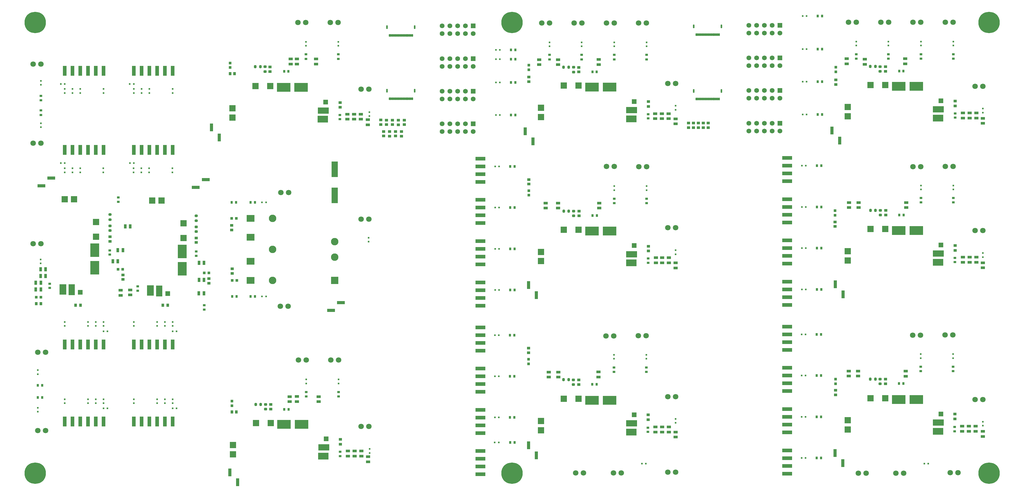
<source format=gbr>
%TF.GenerationSoftware,KiCad,Pcbnew,8.0.1-rc1*%
%TF.CreationDate,2024-04-07T21:12:12-04:00*%
%TF.ProjectId,bcrl_power_supply,6263726c-5f70-46f7-9765-725f73757070,rev?*%
%TF.SameCoordinates,Original*%
%TF.FileFunction,Soldermask,Top*%
%TF.FilePolarity,Negative*%
%FSLAX46Y46*%
G04 Gerber Fmt 4.6, Leading zero omitted, Abs format (unit mm)*
G04 Created by KiCad (PCBNEW 8.0.1-rc1) date 2024-04-07 21:12:12*
%MOMM*%
%LPD*%
G01*
G04 APERTURE LIST*
G04 Aperture macros list*
%AMRoundRect*
0 Rectangle with rounded corners*
0 $1 Rounding radius*
0 $2 $3 $4 $5 $6 $7 $8 $9 X,Y pos of 4 corners*
0 Add a 4 corners polygon primitive as box body*
4,1,4,$2,$3,$4,$5,$6,$7,$8,$9,$2,$3,0*
0 Add four circle primitives for the rounded corners*
1,1,$1+$1,$2,$3*
1,1,$1+$1,$4,$5*
1,1,$1+$1,$6,$7*
1,1,$1+$1,$8,$9*
0 Add four rect primitives between the rounded corners*
20,1,$1+$1,$2,$3,$4,$5,0*
20,1,$1+$1,$4,$5,$6,$7,0*
20,1,$1+$1,$6,$7,$8,$9,0*
20,1,$1+$1,$8,$9,$2,$3,0*%
G04 Aperture macros list end*
%ADD10R,0.950000X0.950000*%
%ADD11R,0.970000X1.470000*%
%ADD12RoundRect,0.225000X0.250000X-0.225000X0.250000X0.225000X-0.250000X0.225000X-0.250000X-0.225000X0*%
%ADD13C,7.000000*%
%ADD14R,1.470000X0.970000*%
%ADD15RoundRect,0.076200X0.150000X0.350000X-0.150000X0.350000X-0.150000X-0.350000X0.150000X-0.350000X0*%
%ADD16RoundRect,0.076200X0.150000X0.500000X-0.150000X0.500000X-0.150000X-0.500000X0.150000X-0.500000X0*%
%ADD17R,0.600000X0.550000*%
%ADD18C,1.803400*%
%ADD19R,3.180000X1.270000*%
%ADD20RoundRect,0.200000X-0.200000X-0.275000X0.200000X-0.275000X0.200000X0.275000X-0.200000X0.275000X0*%
%ADD21R,1.000000X0.850000*%
%ADD22R,0.650000X0.900000*%
%ADD23R,1.000000X2.510000*%
%ADD24R,1.270000X3.180000*%
%ADD25R,2.030000X2.030000*%
%ADD26R,4.450000X2.920000*%
%ADD27R,1.520000X1.520000*%
%ADD28R,3.680000X2.030000*%
%ADD29R,3.430000X2.160000*%
%ADD30R,0.900000X1.000000*%
%ADD31R,0.550000X0.600000*%
%ADD32RoundRect,0.102000X-0.685000X-0.685000X0.685000X-0.685000X0.685000X0.685000X-0.685000X0.685000X0*%
%ADD33C,1.574000*%
%ADD34R,0.750000X0.940000*%
%ADD35R,0.940000X0.750000*%
%ADD36R,0.900000X0.650000*%
%ADD37R,2.920000X4.450000*%
%ADD38R,2.030000X3.680000*%
%ADD39R,2.160000X3.430000*%
%ADD40R,1.000000X0.900000*%
%ADD41R,2.500000X2.300000*%
%ADD42R,2.510000X1.000000*%
%ADD43RoundRect,0.102000X1.125000X1.125000X-1.125000X1.125000X-1.125000X-1.125000X1.125000X-1.125000X0*%
%ADD44C,2.454000*%
%ADD45R,0.850000X1.000000*%
%ADD46RoundRect,0.200000X-0.275000X0.200000X-0.275000X-0.200000X0.275000X-0.200000X0.275000X0.200000X0*%
%ADD47R,2.150000X5.100000*%
G04 APERTURE END LIST*
D10*
%TO.C,D13*%
X314800000Y-174700000D03*
X314800000Y-173200000D03*
%TD*%
D11*
%TO.C,C4*%
X80070000Y-130900000D03*
X81730000Y-130900000D03*
%TD*%
D12*
%TO.C,C61*%
X229143623Y-119695000D03*
X229143623Y-118145000D03*
%TD*%
D13*
%TO.C,H2*%
X365000000Y-204000000D03*
%TD*%
D14*
%TO.C,C75*%
X260340200Y-190517200D03*
X260340200Y-188857200D03*
%TD*%
D15*
%TO.C,J35*%
X176410000Y-81330000D03*
X175910000Y-81330000D03*
X175410000Y-81330000D03*
X174910000Y-81330000D03*
X174410000Y-81330000D03*
X173910000Y-81330000D03*
X173410000Y-81330000D03*
X172910000Y-81330000D03*
X172410000Y-81330000D03*
X171910000Y-81330000D03*
X171410000Y-81330000D03*
X170910000Y-81330000D03*
X170410000Y-81330000D03*
X169910000Y-81330000D03*
X169410000Y-81330000D03*
X168910000Y-81330000D03*
D16*
X177200000Y-78680000D03*
X168120000Y-78680000D03*
%TD*%
D17*
%TO.C,FB22*%
X90320000Y-105440000D03*
X90320000Y-104140000D03*
%TD*%
D11*
%TO.C,C12*%
X108272000Y-135128000D03*
X106612000Y-135128000D03*
%TD*%
D18*
%TO.C,J21*%
X322251576Y-203997201D03*
X324791576Y-203997201D03*
%TD*%
D17*
%TO.C,FB56*%
X162440000Y-196077201D03*
X162440000Y-197377201D03*
%TD*%
D14*
%TO.C,C29*%
X144907000Y-68283400D03*
X144907000Y-69943400D03*
%TD*%
D19*
%TO.C,J72*%
X298960000Y-190640000D03*
X298960000Y-188100000D03*
X298960000Y-185560000D03*
X298960000Y-183020000D03*
%TD*%
D14*
%TO.C,C106*%
X358429200Y-190288600D03*
X358429200Y-188628600D03*
%TD*%
D20*
%TO.C,R55*%
X326175000Y-173150000D03*
X327825000Y-173150000D03*
%TD*%
D14*
%TO.C,C86*%
X358708600Y-87672600D03*
X358708600Y-86012600D03*
%TD*%
D21*
%TO.C,R24*%
X173815000Y-89830000D03*
X173815000Y-88330000D03*
%TD*%
D17*
%TO.C,FB45*%
X72860000Y-154490000D03*
X72860000Y-155790000D03*
%TD*%
D22*
%TO.C,F22*%
X208333623Y-172260000D03*
X209783623Y-172260000D03*
%TD*%
D23*
%TO.C,J68*%
X314760000Y-142130000D03*
X317300000Y-145410000D03*
%TD*%
D10*
%TO.C,D5*%
X118960000Y-140817201D03*
X117460000Y-140817201D03*
%TD*%
D18*
%TO.C,J23*%
X242197223Y-203900000D03*
X244737223Y-203900000D03*
%TD*%
%TO.C,J67*%
X342691584Y-103572799D03*
X340151584Y-103572799D03*
%TD*%
D17*
%TO.C,FB81*%
X342730000Y-63920000D03*
X342730000Y-62620000D03*
%TD*%
D24*
%TO.C,J14*%
X62700000Y-72200000D03*
X65240000Y-72200000D03*
X67780000Y-72200000D03*
X70320000Y-72200000D03*
X72860000Y-72200000D03*
X75400000Y-72200000D03*
%TD*%
D25*
%TO.C,PS10*%
X318790000Y-134310000D03*
X318790000Y-131270000D03*
X326280000Y-124030000D03*
X331110000Y-124030000D03*
D26*
X335490000Y-124470000D03*
X341210000Y-124470000D03*
D27*
X349270000Y-129230000D03*
D28*
X348460000Y-132030000D03*
D29*
X348320000Y-134890000D03*
%TD*%
D30*
%TO.C,R9*%
X94760000Y-149010000D03*
X96360000Y-149010000D03*
%TD*%
D14*
%TO.C,C95*%
X360873400Y-134891200D03*
X360873400Y-133231200D03*
%TD*%
%TO.C,C48*%
X161940000Y-198597201D03*
X161940000Y-200257201D03*
%TD*%
D31*
%TO.C,FB96*%
X305010000Y-185530000D03*
X303710000Y-185530000D03*
%TD*%
D17*
%TO.C,FB3*%
X54854824Y-133997201D03*
X54854824Y-135297201D03*
%TD*%
D22*
%TO.C,F2*%
X210128623Y-68400000D03*
X208678623Y-68400000D03*
%TD*%
D19*
%TO.C,J70*%
X298960000Y-163610000D03*
X298960000Y-161070000D03*
X298960000Y-158530000D03*
X298960000Y-155990000D03*
%TD*%
D17*
%TO.C,FB19*%
X62700000Y-79450000D03*
X62700000Y-78150000D03*
%TD*%
D18*
%TO.C,J12*%
X162200000Y-120760000D03*
X159660000Y-120760000D03*
%TD*%
D10*
%TO.C,D7*%
X117410000Y-181907201D03*
X117410000Y-180407201D03*
%TD*%
D18*
%TO.C,J22*%
X334588799Y-203997201D03*
X337128799Y-203997201D03*
%TD*%
%TO.C,J27*%
X141553207Y-56332201D03*
X139013207Y-56332201D03*
%TD*%
D20*
%TO.C,R47*%
X326205000Y-70770000D03*
X327855000Y-70770000D03*
%TD*%
D32*
%TO.C,P1*%
X196303623Y-57478000D03*
D33*
X196303623Y-60018000D03*
X193763623Y-57478000D03*
X193763623Y-60018000D03*
X191223623Y-57478000D03*
X191223623Y-60018000D03*
X188683623Y-57478000D03*
X188683623Y-60018000D03*
X186143623Y-57478000D03*
X186143623Y-60018000D03*
%TD*%
D22*
%TO.C,F51*%
X124960000Y-115257201D03*
X123510000Y-115257201D03*
%TD*%
D31*
%TO.C,FB90*%
X305080000Y-143770000D03*
X303780000Y-143770000D03*
%TD*%
D14*
%TO.C,C52*%
X237337600Y-68486600D03*
X237337600Y-70146600D03*
%TD*%
D31*
%TO.C,FB74*%
X204650000Y-193900000D03*
X203350000Y-193900000D03*
%TD*%
D21*
%TO.C,R26*%
X168940000Y-93570000D03*
X168940000Y-92070000D03*
%TD*%
D11*
%TO.C,C2*%
X80078000Y-134620000D03*
X78418000Y-134620000D03*
%TD*%
D20*
%TO.C,R13*%
X125035000Y-70832201D03*
X126685000Y-70832201D03*
%TD*%
D22*
%TO.C,F54*%
X124960000Y-146057201D03*
X123510000Y-146057201D03*
%TD*%
D17*
%TO.C,FB15*%
X65240000Y-79450000D03*
X65240000Y-78150000D03*
%TD*%
D34*
%TO.C,C53*%
X235303623Y-72500000D03*
X236703623Y-72500000D03*
%TD*%
D31*
%TO.C,FB71*%
X204683623Y-158760000D03*
X203383623Y-158760000D03*
%TD*%
D35*
%TO.C,C74*%
X253441200Y-190488800D03*
X253441200Y-189088800D03*
%TD*%
D18*
%TO.C,J30*%
X152231623Y-166957201D03*
X149691623Y-166957201D03*
%TD*%
D21*
%TO.C,R3*%
X77485000Y-128050000D03*
X77485000Y-126550000D03*
%TD*%
D35*
%TO.C,C44*%
X152806400Y-198388200D03*
X152806400Y-196988200D03*
%TD*%
D17*
%TO.C,FB2*%
X54905176Y-89350000D03*
X54905176Y-90650000D03*
%TD*%
D14*
%TO.C,C80*%
X324383400Y-68385000D03*
X324383400Y-70045000D03*
%TD*%
D31*
%TO.C,FB88*%
X305080000Y-116770000D03*
X303780000Y-116770000D03*
%TD*%
%TO.C,FB95*%
X305010000Y-172030000D03*
X303710000Y-172030000D03*
%TD*%
D17*
%TO.C,FB35*%
X72860000Y-179760000D03*
X72860000Y-181060000D03*
%TD*%
D19*
%TO.C,J41*%
X198703623Y-149110000D03*
X198703623Y-146570000D03*
X198703623Y-144030000D03*
X198703623Y-141490000D03*
%TD*%
D21*
%TO.C,R37*%
X214433623Y-163060000D03*
X214433623Y-164560000D03*
%TD*%
D25*
%TO.C,PS11*%
X318790000Y-189710000D03*
X318790000Y-186670000D03*
X326280000Y-179430000D03*
X331110000Y-179430000D03*
D26*
X335490000Y-179870000D03*
X341210000Y-179870000D03*
D27*
X349270000Y-184630000D03*
D28*
X348460000Y-187430000D03*
D29*
X348320000Y-190290000D03*
%TD*%
D31*
%TO.C,FB38*%
X75400000Y-182790000D03*
X76700000Y-182790000D03*
%TD*%
D17*
%TO.C,FB52*%
X141560000Y-63982201D03*
X141560000Y-62682201D03*
%TD*%
D36*
%TO.C,F43*%
X152260000Y-177432201D03*
X152260000Y-178882201D03*
%TD*%
D18*
%TO.C,J24*%
X229860000Y-203900000D03*
X232400000Y-203900000D03*
%TD*%
D12*
%TO.C,C41*%
X128360000Y-183032201D03*
X128360000Y-181482201D03*
%TD*%
D25*
%TO.C,PS2*%
X91280000Y-114660000D03*
X94320000Y-114660000D03*
X101560000Y-122150000D03*
X101560000Y-126980000D03*
D37*
X101120000Y-131360000D03*
X101120000Y-137080000D03*
D27*
X96360000Y-145140000D03*
D38*
X93560000Y-144330000D03*
D39*
X90700000Y-144190000D03*
%TD*%
D35*
%TO.C,C5*%
X77400000Y-131000000D03*
X77400000Y-132400000D03*
%TD*%
D34*
%TO.C,C73*%
X235273623Y-174880000D03*
X236673623Y-174880000D03*
%TD*%
D17*
%TO.C,FB93*%
X342700000Y-166300000D03*
X342700000Y-165000000D03*
%TD*%
D22*
%TO.C,F24*%
X208375000Y-193900000D03*
X209825000Y-193900000D03*
%TD*%
D40*
%TO.C,R32*%
X253603623Y-83900000D03*
X253603623Y-82300000D03*
%TD*%
D18*
%TO.C,J82*%
X262473600Y-203705598D03*
X259933600Y-203705598D03*
%TD*%
D17*
%TO.C,FB40*%
X85300000Y-154490000D03*
X85300000Y-155790000D03*
%TD*%
D12*
%TO.C,C91*%
X329470000Y-119465000D03*
X329470000Y-117915000D03*
%TD*%
D35*
%TO.C,C104*%
X353745800Y-190260200D03*
X353745800Y-188860200D03*
%TD*%
D25*
%TO.C,PS8*%
X218463623Y-189940000D03*
X218463623Y-186900000D03*
X225953623Y-179660000D03*
X230783623Y-179660000D03*
D26*
X235163623Y-180100000D03*
X240883623Y-180100000D03*
D27*
X248943623Y-184860000D03*
D28*
X248133623Y-187660000D03*
D29*
X247993623Y-190520000D03*
%TD*%
D14*
%TO.C,C77*%
X255940200Y-190517200D03*
X255940200Y-188857200D03*
%TD*%
D21*
%TO.C,R45*%
X268370000Y-90770000D03*
X268370000Y-89270000D03*
%TD*%
%TO.C,R11*%
X117460000Y-138550000D03*
X117460000Y-137050000D03*
%TD*%
D14*
%TO.C,C35*%
X159578400Y-88053600D03*
X159578400Y-86393600D03*
%TD*%
D36*
%TO.C,F25*%
X353370000Y-113865000D03*
X353370000Y-115315000D03*
%TD*%
D21*
%TO.C,R18*%
X130080000Y-181510000D03*
X130080000Y-183010000D03*
%TD*%
D23*
%TO.C,J28*%
X110710000Y-90730000D03*
X113250000Y-94010000D03*
%TD*%
D31*
%TO.C,FB28*%
X62690000Y-102410000D03*
X61390000Y-102410000D03*
%TD*%
D21*
%TO.C,R54*%
X314800000Y-178350000D03*
X314800000Y-176850000D03*
%TD*%
D36*
%TO.C,F46*%
X54905176Y-80375000D03*
X54905176Y-81825000D03*
%TD*%
D14*
%TO.C,C87*%
X356508600Y-87672600D03*
X356508600Y-86012600D03*
%TD*%
%TO.C,C30*%
X138607800Y-68283400D03*
X138607800Y-69943400D03*
%TD*%
D24*
%TO.C,J15*%
X85300000Y-98100000D03*
X87840000Y-98100000D03*
X90380000Y-98100000D03*
X92920000Y-98100000D03*
X95460000Y-98100000D03*
X98000000Y-98100000D03*
%TD*%
D31*
%TO.C,FB8*%
X127240000Y-146057201D03*
X128540000Y-146057201D03*
%TD*%
D22*
%TO.C,F31*%
X308730000Y-103270000D03*
X310180000Y-103270000D03*
%TD*%
D19*
%TO.C,J49*%
X198633623Y-204370000D03*
X198633623Y-201830000D03*
X198633623Y-199290000D03*
X198633623Y-196750000D03*
%TD*%
D13*
%TO.C,H4*%
X209000000Y-204000000D03*
%TD*%
D14*
%TO.C,C99*%
X322224400Y-170543800D03*
X322224400Y-172203800D03*
%TD*%
D22*
%TO.C,F1*%
X210125000Y-65300000D03*
X208675000Y-65300000D03*
%TD*%
D14*
%TO.C,C47*%
X155305400Y-198416600D03*
X155305400Y-196756600D03*
%TD*%
D10*
%TO.C,D1*%
X81650000Y-137200000D03*
X80150000Y-137200000D03*
%TD*%
D17*
%TO.C,FB84*%
X362995176Y-84572799D03*
X362995176Y-85872799D03*
%TD*%
D14*
%TO.C,C40*%
X145770600Y-178925800D03*
X145770600Y-180585800D03*
%TD*%
D19*
%TO.C,J48*%
X198633623Y-190870000D03*
X198633623Y-188330000D03*
X198633623Y-185790000D03*
X198633623Y-183250000D03*
%TD*%
%TO.C,J63*%
X299030000Y-121850000D03*
X299030000Y-119310000D03*
X299030000Y-116770000D03*
X299030000Y-114230000D03*
%TD*%
D18*
%TO.C,J57*%
X342723207Y-56270000D03*
X340183207Y-56270000D03*
%TD*%
D14*
%TO.C,C85*%
X360908600Y-87672600D03*
X360908600Y-86012600D03*
%TD*%
D21*
%TO.C,R22*%
X172850000Y-93570000D03*
X172850000Y-92070000D03*
%TD*%
D23*
%TO.C,J52*%
X214430000Y-194860000D03*
X216970000Y-198140000D03*
%TD*%
D17*
%TO.C,FB51*%
X152160000Y-63982201D03*
X152160000Y-62682201D03*
%TD*%
D22*
%TO.C,F55*%
X118910000Y-146057201D03*
X117460000Y-146057201D03*
%TD*%
D31*
%TO.C,FB103*%
X252783600Y-200902799D03*
X251483600Y-200902799D03*
%TD*%
D14*
%TO.C,C67*%
X260273800Y-135094400D03*
X260273800Y-133434400D03*
%TD*%
D17*
%TO.C,FB85*%
X353370000Y-111040000D03*
X353370000Y-109740000D03*
%TD*%
D21*
%TO.C,R41*%
X269970000Y-90770000D03*
X269970000Y-89270000D03*
%TD*%
D17*
%TO.C,FB5*%
X53900000Y-182550000D03*
X53900000Y-183850000D03*
%TD*%
D31*
%TO.C,FB67*%
X204753623Y-144000000D03*
X203453623Y-144000000D03*
%TD*%
D41*
%TO.C,C22*%
X123510000Y-134617201D03*
X123510000Y-140817201D03*
%TD*%
D17*
%TO.C,FB92*%
X353300000Y-166300000D03*
X353300000Y-165000000D03*
%TD*%
%TO.C,FB9*%
X162050000Y-126850000D03*
X162050000Y-128150000D03*
%TD*%
D31*
%TO.C,FB36*%
X98000000Y-182790000D03*
X99300000Y-182790000D03*
%TD*%
D35*
%TO.C,C6*%
X57810000Y-143310000D03*
X57810000Y-141910000D03*
%TD*%
D18*
%TO.C,J6*%
X53900000Y-190000000D03*
X56440000Y-190000000D03*
%TD*%
%TO.C,J1*%
X54905176Y-70002799D03*
X52365176Y-70002799D03*
%TD*%
D21*
%TO.C,R46*%
X314900000Y-76662500D03*
X314900000Y-75162500D03*
%TD*%
D14*
%TO.C,C82*%
X337642200Y-68232600D03*
X337642200Y-69892600D03*
%TD*%
D31*
%TO.C,FB58*%
X205053623Y-68400000D03*
X203753623Y-68400000D03*
%TD*%
D10*
%TO.C,D4*%
X117310000Y-120497201D03*
X118810000Y-120497201D03*
%TD*%
D18*
%TO.C,J75*%
X342621584Y-158832799D03*
X340081584Y-158832799D03*
%TD*%
D42*
%TO.C,J7*%
X105520000Y-110410000D03*
X108800000Y-107870000D03*
%TD*%
D18*
%TO.C,J4*%
X54905176Y-128812799D03*
X52365176Y-128812799D03*
%TD*%
D17*
%TO.C,FB31*%
X62700000Y-179760000D03*
X62700000Y-181060000D03*
%TD*%
D14*
%TO.C,C32*%
X136626600Y-68283400D03*
X136626600Y-69943400D03*
%TD*%
D40*
%TO.C,R53*%
X353930000Y-131000000D03*
X353930000Y-129400000D03*
%TD*%
D18*
%TO.C,J53*%
X262540000Y-178970000D03*
X260000000Y-178970000D03*
%TD*%
D25*
%TO.C,PS7*%
X218463623Y-134540000D03*
X218463623Y-131500000D03*
X225953623Y-124260000D03*
X230783623Y-124260000D03*
D26*
X235163623Y-124700000D03*
X240883623Y-124700000D03*
D27*
X248943623Y-129460000D03*
D28*
X248133623Y-132260000D03*
D29*
X247993623Y-135120000D03*
%TD*%
D14*
%TO.C,C90*%
X319251400Y-115324200D03*
X319251400Y-116984200D03*
%TD*%
D12*
%TO.C,C71*%
X229073623Y-174955000D03*
X229073623Y-173405000D03*
%TD*%
D18*
%TO.C,J42*%
X253020000Y-103620000D03*
X250480000Y-103620000D03*
%TD*%
D22*
%TO.C,F7*%
X310455000Y-75770000D03*
X309005000Y-75770000D03*
%TD*%
D17*
%TO.C,FB30*%
X85300000Y-179760000D03*
X85300000Y-181060000D03*
%TD*%
D18*
%TO.C,J9*%
X135930000Y-112057201D03*
X133390000Y-112057201D03*
%TD*%
D32*
%TO.C,P6*%
X296630000Y-67942000D03*
D33*
X296630000Y-70482000D03*
X294090000Y-67942000D03*
X294090000Y-70482000D03*
X291550000Y-67942000D03*
X291550000Y-70482000D03*
X289010000Y-67942000D03*
X289010000Y-70482000D03*
X286470000Y-67942000D03*
X286470000Y-70482000D03*
%TD*%
D19*
%TO.C,J39*%
X198703623Y-122080000D03*
X198703623Y-119540000D03*
X198703623Y-117000000D03*
X198703623Y-114460000D03*
%TD*%
D15*
%TO.C,J55*%
X276740000Y-81400000D03*
X276240000Y-81400000D03*
X275740000Y-81400000D03*
X275240000Y-81400000D03*
X274740000Y-81400000D03*
X274240000Y-81400000D03*
X273740000Y-81400000D03*
X273240000Y-81400000D03*
X272740000Y-81400000D03*
X272240000Y-81400000D03*
X271740000Y-81400000D03*
X271240000Y-81400000D03*
X270740000Y-81400000D03*
X270240000Y-81400000D03*
X269740000Y-81400000D03*
X269240000Y-81400000D03*
D16*
X277530000Y-78750000D03*
X268450000Y-78750000D03*
%TD*%
D36*
%TO.C,F19*%
X252973623Y-169355000D03*
X252973623Y-170805000D03*
%TD*%
D17*
%TO.C,FB39*%
X75400000Y-179760000D03*
X75400000Y-181060000D03*
%TD*%
%TO.C,FB23*%
X67780000Y-105440000D03*
X67780000Y-104140000D03*
%TD*%
D22*
%TO.C,F39*%
X308660000Y-185530000D03*
X310110000Y-185530000D03*
%TD*%
D14*
%TO.C,C55*%
X262540000Y-87900000D03*
X262540000Y-89560000D03*
%TD*%
D17*
%TO.C,FB44*%
X95460000Y-154490000D03*
X95460000Y-155790000D03*
%TD*%
%TO.C,FB27*%
X85240000Y-105440000D03*
X85240000Y-104140000D03*
%TD*%
D31*
%TO.C,FB73*%
X204683623Y-185760000D03*
X203383623Y-185760000D03*
%TD*%
D17*
%TO.C,FB63*%
X242443623Y-111270000D03*
X242443623Y-109970000D03*
%TD*%
%TO.C,FB99*%
X253003623Y-64150000D03*
X253003623Y-62850000D03*
%TD*%
D19*
%TO.C,J73*%
X298960000Y-204140000D03*
X298960000Y-201600000D03*
X298960000Y-199060000D03*
X298960000Y-196520000D03*
%TD*%
D14*
%TO.C,C39*%
X136245600Y-178925800D03*
X136245600Y-180585800D03*
%TD*%
D11*
%TO.C,C10*%
X54904824Y-143843869D03*
X53244824Y-143843869D03*
%TD*%
D31*
%TO.C,FB57*%
X205050000Y-65300000D03*
X203750000Y-65300000D03*
%TD*%
D17*
%TO.C,FB68*%
X262540000Y-130980000D03*
X262540000Y-132280000D03*
%TD*%
D14*
%TO.C,C37*%
X155178400Y-88053600D03*
X155178400Y-86393600D03*
%TD*%
D40*
%TO.C,R15*%
X152760000Y-84157201D03*
X152760000Y-82557201D03*
%TD*%
D32*
%TO.C,P3*%
X196303623Y-78866000D03*
D33*
X196303623Y-81406000D03*
X193763623Y-78866000D03*
X193763623Y-81406000D03*
X191223623Y-78866000D03*
X191223623Y-81406000D03*
X188683623Y-78866000D03*
X188683623Y-81406000D03*
X186143623Y-78866000D03*
X186143623Y-81406000D03*
%TD*%
D14*
%TO.C,C100*%
X319124400Y-170543800D03*
X319124400Y-172203800D03*
%TD*%
D17*
%TO.C,FB70*%
X242373623Y-166530000D03*
X242373623Y-165230000D03*
%TD*%
D14*
%TO.C,C96*%
X358673400Y-134891200D03*
X358673400Y-133231200D03*
%TD*%
D22*
%TO.C,F23*%
X208333623Y-185760000D03*
X209783623Y-185760000D03*
%TD*%
D14*
%TO.C,C58*%
X260197600Y-87875800D03*
X260197600Y-86215800D03*
%TD*%
D17*
%TO.C,FB47*%
X98000000Y-154490000D03*
X98000000Y-155790000D03*
%TD*%
D22*
%TO.C,F13*%
X208403623Y-103500000D03*
X209853623Y-103500000D03*
%TD*%
D14*
%TO.C,C68*%
X262540000Y-135120000D03*
X262540000Y-136780000D03*
%TD*%
D36*
%TO.C,F12*%
X221303623Y-66975000D03*
X221303623Y-68425000D03*
%TD*%
D17*
%TO.C,FB17*%
X85260000Y-79450000D03*
X85260000Y-78150000D03*
%TD*%
D14*
%TO.C,C46*%
X157505400Y-198416600D03*
X157505400Y-196756600D03*
%TD*%
D31*
%TO.C,FB94*%
X305010000Y-158530000D03*
X303710000Y-158530000D03*
%TD*%
D42*
%TO.C,J3*%
X58310000Y-107360000D03*
X55030000Y-109900000D03*
%TD*%
D36*
%TO.C,F17*%
X253043623Y-114095000D03*
X253043623Y-115545000D03*
%TD*%
D14*
%TO.C,C107*%
X356229200Y-190288600D03*
X356229200Y-188628600D03*
%TD*%
D11*
%TO.C,C1*%
X82482000Y-123113800D03*
X84142000Y-123113800D03*
%TD*%
D14*
%TO.C,C66*%
X258089400Y-135094400D03*
X258089400Y-133434400D03*
%TD*%
D22*
%TO.C,F33*%
X308730000Y-130270000D03*
X310180000Y-130270000D03*
%TD*%
D18*
%TO.C,J10*%
X133224824Y-149354402D03*
X135764824Y-149354402D03*
%TD*%
D17*
%TO.C,FB42*%
X92920000Y-154490000D03*
X92920000Y-155790000D03*
%TD*%
D30*
%TO.C,R4*%
X66240000Y-149010000D03*
X67840000Y-149010000D03*
%TD*%
D35*
%TO.C,C94*%
X353847400Y-134862800D03*
X353847400Y-133462800D03*
%TD*%
D31*
%TO.C,FB64*%
X204753623Y-103500000D03*
X203453623Y-103500000D03*
%TD*%
D19*
%TO.C,J64*%
X299030000Y-135380000D03*
X299030000Y-132840000D03*
X299030000Y-130300000D03*
X299030000Y-127760000D03*
%TD*%
D31*
%TO.C,FB66*%
X204753623Y-130500000D03*
X203453623Y-130500000D03*
%TD*%
D18*
%TO.C,J80*%
X231818415Y-56500000D03*
X229278415Y-56500000D03*
%TD*%
D36*
%TO.C,F41*%
X152160000Y-66807201D03*
X152160000Y-68257201D03*
%TD*%
%TO.C,F9*%
X253003623Y-66975000D03*
X253003623Y-68425000D03*
%TD*%
D24*
%TO.C,J20*%
X75400000Y-161825000D03*
X72860000Y-161825000D03*
X70320000Y-161825000D03*
X67780000Y-161825000D03*
X65240000Y-161825000D03*
X62700000Y-161825000D03*
%TD*%
D34*
%TO.C,C103*%
X335600000Y-174650000D03*
X337000000Y-174650000D03*
%TD*%
D14*
%TO.C,C108*%
X362995176Y-190290000D03*
X362995176Y-191950000D03*
%TD*%
D21*
%TO.C,R31*%
X230853623Y-71050000D03*
X230853623Y-72550000D03*
%TD*%
D22*
%TO.C,F38*%
X308660000Y-172030000D03*
X310110000Y-172030000D03*
%TD*%
D40*
%TO.C,R49*%
X353930000Y-83670000D03*
X353930000Y-82070000D03*
%TD*%
D14*
%TO.C,C102*%
X337743800Y-170569200D03*
X337743800Y-172229200D03*
%TD*%
D11*
%TO.C,C14*%
X108272000Y-140716000D03*
X106612000Y-140716000D03*
%TD*%
D18*
%TO.C,J31*%
X141653207Y-166957201D03*
X139113207Y-166957201D03*
%TD*%
D14*
%TO.C,C56*%
X255797600Y-87875800D03*
X255797600Y-86215800D03*
%TD*%
D35*
%TO.C,C84*%
X353923600Y-87542600D03*
X353923600Y-86142600D03*
%TD*%
D11*
%TO.C,C11*%
X108246600Y-145059400D03*
X106586600Y-145059400D03*
%TD*%
D17*
%TO.C,FB29*%
X62690000Y-105440000D03*
X62690000Y-104140000D03*
%TD*%
%TO.C,FB10*%
X98000000Y-79450000D03*
X98000000Y-78150000D03*
%TD*%
D18*
%TO.C,J69*%
X362995176Y-124522799D03*
X360455176Y-124522799D03*
%TD*%
D22*
%TO.C,F6*%
X310455000Y-65070000D03*
X309005000Y-65070000D03*
%TD*%
D23*
%TO.C,J76*%
X314690000Y-197390000D03*
X317230000Y-200670000D03*
%TD*%
D14*
%TO.C,C50*%
X224078800Y-68512000D03*
X224078800Y-70172000D03*
%TD*%
D36*
%TO.C,F10*%
X242403623Y-66975000D03*
X242403623Y-68425000D03*
%TD*%
D35*
%TO.C,C54*%
X253492000Y-87796600D03*
X253492000Y-86396600D03*
%TD*%
D36*
%TO.C,F44*%
X141660000Y-177432201D03*
X141660000Y-178882201D03*
%TD*%
D43*
%TO.C,PS3*%
X150970000Y-140817201D03*
D44*
X150970000Y-133197201D03*
X150970000Y-128117201D03*
X130650000Y-120497201D03*
X130650000Y-130657201D03*
X130650000Y-140817201D03*
%TD*%
D14*
%TO.C,C78*%
X262540000Y-190520000D03*
X262540000Y-192180000D03*
%TD*%
D10*
%TO.C,D9*%
X214503623Y-111450000D03*
X214503623Y-112950000D03*
%TD*%
%TO.C,D6*%
X116810000Y-71107201D03*
X116810000Y-69607201D03*
%TD*%
D34*
%TO.C,C43*%
X134529600Y-183083200D03*
X135929600Y-183083200D03*
%TD*%
D21*
%TO.C,R10*%
X117310000Y-124307201D03*
X117310000Y-122807201D03*
%TD*%
D13*
%TO.C,H1*%
X365000000Y-56362500D03*
%TD*%
D31*
%TO.C,FB7*%
X127240000Y-115257201D03*
X128540000Y-115257201D03*
%TD*%
D13*
%TO.C,H5*%
X53000000Y-56362500D03*
%TD*%
D36*
%TO.C,F47*%
X54905176Y-86625000D03*
X54905176Y-85175000D03*
%TD*%
D31*
%TO.C,FB59*%
X205053623Y-76000000D03*
X203753623Y-76000000D03*
%TD*%
D14*
%TO.C,C60*%
X224028000Y-115502000D03*
X224028000Y-117162000D03*
%TD*%
D45*
%TO.C,R12*%
X118260000Y-73157201D03*
X116760000Y-73157201D03*
%TD*%
D40*
%TO.C,R40*%
X253533623Y-186490000D03*
X253533623Y-184890000D03*
%TD*%
D17*
%TO.C,FB102*%
X221303623Y-64150000D03*
X221303623Y-62850000D03*
%TD*%
D14*
%TO.C,C105*%
X360629200Y-190288600D03*
X360629200Y-188628600D03*
%TD*%
D36*
%TO.C,F27*%
X353330000Y-66745000D03*
X353330000Y-68195000D03*
%TD*%
D21*
%TO.C,R29*%
X214477600Y-75705400D03*
X214477600Y-74205400D03*
%TD*%
D14*
%TO.C,C45*%
X159705400Y-198416600D03*
X159705400Y-196756600D03*
%TD*%
D10*
%TO.C,D8*%
X214500000Y-71850000D03*
X214500000Y-70350000D03*
%TD*%
D22*
%TO.C,F40*%
X308660000Y-199030000D03*
X310110000Y-199030000D03*
%TD*%
D14*
%TO.C,C57*%
X257997600Y-87875800D03*
X257997600Y-86215800D03*
%TD*%
D32*
%TO.C,P8*%
X296630000Y-89330000D03*
D33*
X296630000Y-91870000D03*
X294090000Y-89330000D03*
X294090000Y-91870000D03*
X291550000Y-89330000D03*
X291550000Y-91870000D03*
X289010000Y-89330000D03*
X289010000Y-91870000D03*
X286470000Y-89330000D03*
X286470000Y-91870000D03*
%TD*%
D36*
%TO.C,F36*%
X342700000Y-169125000D03*
X342700000Y-170575000D03*
%TD*%
D19*
%TO.C,J47*%
X198633623Y-177340000D03*
X198633623Y-174800000D03*
X198633623Y-172260000D03*
X198633623Y-169720000D03*
%TD*%
%TO.C,J40*%
X198703623Y-135610000D03*
X198703623Y-133070000D03*
X198703623Y-130530000D03*
X198703623Y-127990000D03*
%TD*%
D31*
%TO.C,FB46*%
X98000000Y-157520000D03*
X99300000Y-157520000D03*
%TD*%
D18*
%TO.C,J45*%
X262540000Y-123600000D03*
X260000000Y-123600000D03*
%TD*%
D17*
%TO.C,FB1*%
X54905176Y-76750000D03*
X54905176Y-75450000D03*
%TD*%
D18*
%TO.C,J81*%
X221240000Y-56500000D03*
X218700000Y-56500000D03*
%TD*%
D10*
%TO.C,D2*%
X53390000Y-146330000D03*
X54890000Y-146330000D03*
%TD*%
D17*
%TO.C,FB69*%
X252973623Y-166530000D03*
X252973623Y-165230000D03*
%TD*%
D14*
%TO.C,C69*%
X224129600Y-170874000D03*
X224129600Y-172534000D03*
%TD*%
D18*
%TO.C,J58*%
X332144792Y-56270000D03*
X329604792Y-56270000D03*
%TD*%
%TO.C,J29*%
X162200000Y-78157201D03*
X159660000Y-78157201D03*
%TD*%
D17*
%TO.C,FB11*%
X75400000Y-79450000D03*
X75400000Y-78150000D03*
%TD*%
D14*
%TO.C,C88*%
X363030000Y-87740000D03*
X363030000Y-89400000D03*
%TD*%
D36*
%TO.C,F30*%
X321630000Y-66745000D03*
X321630000Y-68195000D03*
%TD*%
D18*
%TO.C,J78*%
X252975246Y-56500000D03*
X250435246Y-56500000D03*
%TD*%
D25*
%TO.C,PS9*%
X318790000Y-87090000D03*
X318790000Y-84050000D03*
X326280000Y-76810000D03*
X331110000Y-76810000D03*
D26*
X335490000Y-77250000D03*
X341210000Y-77250000D03*
D27*
X349270000Y-82010000D03*
D28*
X348460000Y-84810000D03*
D29*
X348320000Y-87670000D03*
%TD*%
D35*
%TO.C,C15*%
X105660000Y-131400000D03*
X105660000Y-132800000D03*
%TD*%
D14*
%TO.C,C38*%
X161860000Y-88227201D03*
X161860000Y-89887201D03*
%TD*%
D17*
%TO.C,FB62*%
X253043623Y-111270000D03*
X253043623Y-109970000D03*
%TD*%
D35*
%TO.C,C64*%
X253492000Y-135066000D03*
X253492000Y-133666000D03*
%TD*%
D17*
%TO.C,FB21*%
X75340000Y-105440000D03*
X75340000Y-104140000D03*
%TD*%
D21*
%TO.C,R48*%
X331180000Y-70820000D03*
X331180000Y-72320000D03*
%TD*%
D19*
%TO.C,J65*%
X299030000Y-148880000D03*
X299030000Y-146340000D03*
X299030000Y-143800000D03*
X299030000Y-141260000D03*
%TD*%
D17*
%TO.C,FB43*%
X70320000Y-154490000D03*
X70320000Y-155790000D03*
%TD*%
D22*
%TO.C,F4*%
X210128623Y-86700000D03*
X208678623Y-86700000D03*
%TD*%
%TO.C,F8*%
X310455000Y-86470000D03*
X309005000Y-86470000D03*
%TD*%
D46*
%TO.C,R7*%
X105660000Y-119675000D03*
X105660000Y-121325000D03*
%TD*%
D11*
%TO.C,C8*%
X54796000Y-139410535D03*
X56456000Y-139410535D03*
%TD*%
D18*
%TO.C,J61*%
X362995176Y-77222799D03*
X360455176Y-77222799D03*
%TD*%
D22*
%TO.C,F49*%
X53900000Y-175200000D03*
X55350000Y-175200000D03*
%TD*%
D14*
%TO.C,C18*%
X84074000Y-145610000D03*
X84074000Y-143950000D03*
%TD*%
D32*
%TO.C,P4*%
X196303623Y-89560000D03*
D33*
X196303623Y-92100000D03*
X193763623Y-89560000D03*
X193763623Y-92100000D03*
X191223623Y-89560000D03*
X191223623Y-92100000D03*
X188683623Y-89560000D03*
X188683623Y-92100000D03*
X186143623Y-89560000D03*
X186143623Y-92100000D03*
%TD*%
D14*
%TO.C,C98*%
X363030000Y-135070000D03*
X363030000Y-136730000D03*
%TD*%
D31*
%TO.C,FB79*%
X305380000Y-86470000D03*
X304080000Y-86470000D03*
%TD*%
D12*
%TO.C,C81*%
X329430000Y-72345000D03*
X329430000Y-70795000D03*
%TD*%
D36*
%TO.C,F29*%
X332130000Y-66745000D03*
X332130000Y-68195000D03*
%TD*%
D10*
%TO.C,D12*%
X314700000Y-119525000D03*
X314700000Y-118025000D03*
%TD*%
D18*
%TO.C,J50*%
X252873623Y-158960000D03*
X250333623Y-158960000D03*
%TD*%
%TO.C,J33*%
X162200000Y-188700000D03*
X159660000Y-188700000D03*
%TD*%
D32*
%TO.C,P2*%
X196303623Y-68172000D03*
D33*
X196303623Y-70712000D03*
X193763623Y-68172000D03*
X193763623Y-70712000D03*
X191223623Y-68172000D03*
X191223623Y-70712000D03*
X188683623Y-68172000D03*
X188683623Y-70712000D03*
X186143623Y-68172000D03*
X186143623Y-70712000D03*
%TD*%
D23*
%TO.C,J44*%
X214433623Y-142360000D03*
X216973623Y-145640000D03*
%TD*%
D17*
%TO.C,FB32*%
X92920000Y-179760000D03*
X92920000Y-181060000D03*
%TD*%
D25*
%TO.C,PS5*%
X117740000Y-197837201D03*
X117740000Y-194797201D03*
X125230000Y-187557201D03*
X130060000Y-187557201D03*
D26*
X134440000Y-187997201D03*
X140160000Y-187997201D03*
D27*
X148220000Y-192757201D03*
D28*
X147410000Y-195557201D03*
D29*
X147270000Y-198417201D03*
%TD*%
D22*
%TO.C,F16*%
X208403623Y-144000000D03*
X209853623Y-144000000D03*
%TD*%
D23*
%TO.C,J36*%
X213303623Y-92000000D03*
X215843623Y-95280000D03*
%TD*%
D22*
%TO.C,F5*%
X310455000Y-54270000D03*
X309005000Y-54270000D03*
%TD*%
D17*
%TO.C,FB91*%
X362995176Y-131902799D03*
X362995176Y-133202799D03*
%TD*%
D46*
%TO.C,R2*%
X77480000Y-119295000D03*
X77480000Y-120945000D03*
%TD*%
D14*
%TO.C,C92*%
X337972400Y-115349600D03*
X337972400Y-117009600D03*
%TD*%
D17*
%TO.C,FB55*%
X141660000Y-174607201D03*
X141660000Y-173307201D03*
%TD*%
D41*
%TO.C,C21*%
X123510000Y-120497201D03*
X123510000Y-126697201D03*
%TD*%
D31*
%TO.C,FB78*%
X305380000Y-75770000D03*
X304080000Y-75770000D03*
%TD*%
%TO.C,FB65*%
X204753623Y-117000000D03*
X203453623Y-117000000D03*
%TD*%
D21*
%TO.C,R39*%
X230823623Y-173430000D03*
X230823623Y-174930000D03*
%TD*%
%TO.C,R44*%
X266770000Y-90770000D03*
X266770000Y-89270000D03*
%TD*%
%TO.C,R8*%
X105660000Y-128430000D03*
X105660000Y-126930000D03*
%TD*%
D24*
%TO.C,J13*%
X85300000Y-72200000D03*
X87840000Y-72200000D03*
X90380000Y-72200000D03*
X92920000Y-72200000D03*
X95460000Y-72200000D03*
X98000000Y-72200000D03*
%TD*%
D31*
%TO.C,FB77*%
X305380000Y-65070000D03*
X304080000Y-65070000D03*
%TD*%
D17*
%TO.C,FB100*%
X242403623Y-64150000D03*
X242403623Y-62850000D03*
%TD*%
%TO.C,FB14*%
X87840000Y-79450000D03*
X87840000Y-78150000D03*
%TD*%
D14*
%TO.C,C49*%
X217881200Y-68512000D03*
X217881200Y-70172000D03*
%TD*%
D40*
%TO.C,R57*%
X353860000Y-186260000D03*
X353860000Y-184660000D03*
%TD*%
D17*
%TO.C,FB61*%
X262540000Y-83650000D03*
X262540000Y-84950000D03*
%TD*%
D40*
%TO.C,R19*%
X152840000Y-194527201D03*
X152840000Y-192927201D03*
%TD*%
D14*
%TO.C,C42*%
X138633200Y-178875000D03*
X138633200Y-180535000D03*
%TD*%
D17*
%TO.C,FB33*%
X70320000Y-179760000D03*
X70320000Y-181060000D03*
%TD*%
D14*
%TO.C,C97*%
X356473400Y-134891200D03*
X356473400Y-133231200D03*
%TD*%
D31*
%TO.C,FB16*%
X85270000Y-76500000D03*
X83970000Y-76500000D03*
%TD*%
D14*
%TO.C,C79*%
X318490600Y-68207200D03*
X318490600Y-69867200D03*
%TD*%
D42*
%TO.C,J11*%
X153070000Y-148117201D03*
X149790000Y-150657201D03*
%TD*%
D45*
%TO.C,R16*%
X118860000Y-183957201D03*
X117360000Y-183957201D03*
%TD*%
D34*
%TO.C,C83*%
X335630000Y-72270000D03*
X337030000Y-72270000D03*
%TD*%
D25*
%TO.C,PS6*%
X218463623Y-87320000D03*
X218463623Y-84280000D03*
X225953623Y-77040000D03*
X230783623Y-77040000D03*
D26*
X235163623Y-77480000D03*
X240883623Y-77480000D03*
D27*
X248943623Y-82240000D03*
D28*
X248133623Y-85040000D03*
D29*
X247993623Y-87900000D03*
%TD*%
D17*
%TO.C,FB20*%
X97940000Y-105440000D03*
X97940000Y-104140000D03*
%TD*%
%TO.C,FB82*%
X332130000Y-63920000D03*
X332130000Y-62620000D03*
%TD*%
D22*
%TO.C,F15*%
X208403623Y-130500000D03*
X209853623Y-130500000D03*
%TD*%
D18*
%TO.C,J77*%
X362995176Y-179892799D03*
X360455176Y-179892799D03*
%TD*%
D25*
%TO.C,PS1*%
X62680000Y-114260000D03*
X65720000Y-114260000D03*
X72960000Y-121750000D03*
X72960000Y-126580000D03*
D37*
X72520000Y-130960000D03*
X72520000Y-136680000D03*
D27*
X67760000Y-144740000D03*
D38*
X64960000Y-143930000D03*
D39*
X62100000Y-143790000D03*
%TD*%
D31*
%TO.C,FB48*%
X75400000Y-157520000D03*
X76700000Y-157520000D03*
%TD*%
D17*
%TO.C,FB80*%
X353330000Y-63920000D03*
X353330000Y-62620000D03*
%TD*%
D12*
%TO.C,C51*%
X229103623Y-72575000D03*
X229103623Y-71025000D03*
%TD*%
D21*
%TO.C,R27*%
X169910000Y-89830000D03*
X169910000Y-88330000D03*
%TD*%
D17*
%TO.C,FB41*%
X62700000Y-154490000D03*
X62700000Y-155790000D03*
%TD*%
D36*
%TO.C,F28*%
X342730000Y-66745000D03*
X342730000Y-68195000D03*
%TD*%
D17*
%TO.C,FB83*%
X321630000Y-63920000D03*
X321630000Y-62620000D03*
%TD*%
D21*
%TO.C,R33*%
X214503623Y-107800000D03*
X214503623Y-109300000D03*
%TD*%
D18*
%TO.C,J59*%
X321566377Y-56270000D03*
X319026377Y-56270000D03*
%TD*%
D17*
%TO.C,FB98*%
X362995176Y-187162799D03*
X362995176Y-188462799D03*
%TD*%
D18*
%TO.C,J43*%
X242450000Y-103550000D03*
X239910000Y-103550000D03*
%TD*%
D21*
%TO.C,R56*%
X331150000Y-173200000D03*
X331150000Y-174700000D03*
%TD*%
D35*
%TO.C,C16*%
X86560000Y-144200000D03*
X86560000Y-142800000D03*
%TD*%
D21*
%TO.C,R52*%
X331220000Y-117940000D03*
X331220000Y-119440000D03*
%TD*%
D34*
%TO.C,C33*%
X134460000Y-72332201D03*
X135860000Y-72332201D03*
%TD*%
D17*
%TO.C,FB12*%
X90370000Y-79450000D03*
X90370000Y-78150000D03*
%TD*%
%TO.C,FB37*%
X98000000Y-179760000D03*
X98000000Y-181060000D03*
%TD*%
D18*
%TO.C,J79*%
X242396830Y-56500000D03*
X239856830Y-56500000D03*
%TD*%
D36*
%TO.C,F18*%
X242443623Y-114095000D03*
X242443623Y-115545000D03*
%TD*%
D17*
%TO.C,FB101*%
X231803623Y-64150000D03*
X231803623Y-62850000D03*
%TD*%
D21*
%TO.C,R1*%
X81700000Y-140550000D03*
X81700000Y-139050000D03*
%TD*%
D20*
%TO.C,R30*%
X225878623Y-71000000D03*
X227528623Y-71000000D03*
%TD*%
D18*
%TO.C,J66*%
X353270000Y-103470000D03*
X350730000Y-103470000D03*
%TD*%
D22*
%TO.C,F37*%
X308660000Y-158530000D03*
X310110000Y-158530000D03*
%TD*%
D10*
%TO.C,D10*%
X214433623Y-166710000D03*
X214433623Y-168210000D03*
%TD*%
D17*
%TO.C,FB86*%
X342770000Y-111040000D03*
X342770000Y-109740000D03*
%TD*%
D19*
%TO.C,J38*%
X198703623Y-108580000D03*
X198703623Y-106040000D03*
X198703623Y-103500000D03*
X198703623Y-100960000D03*
%TD*%
D13*
%TO.C,H3*%
X209000000Y-56362500D03*
%TD*%
D14*
%TO.C,C62*%
X237490000Y-115502000D03*
X237490000Y-117162000D03*
%TD*%
D24*
%TO.C,J16*%
X62700000Y-98100000D03*
X65240000Y-98100000D03*
X67780000Y-98100000D03*
X70320000Y-98100000D03*
X72860000Y-98100000D03*
X75400000Y-98100000D03*
%TD*%
D20*
%TO.C,R51*%
X326245000Y-117890000D03*
X327895000Y-117890000D03*
%TD*%
D15*
%TO.C,J34*%
X176410000Y-60552500D03*
X175910000Y-60552500D03*
X175410000Y-60552500D03*
X174910000Y-60552500D03*
X174410000Y-60552500D03*
X173910000Y-60552500D03*
X173410000Y-60552500D03*
X172910000Y-60552500D03*
X172410000Y-60552500D03*
X171910000Y-60552500D03*
X171410000Y-60552500D03*
X170910000Y-60552500D03*
X170410000Y-60552500D03*
X169910000Y-60552500D03*
X169410000Y-60552500D03*
X168910000Y-60552500D03*
D16*
X177200000Y-57902500D03*
X168120000Y-57902500D03*
%TD*%
D12*
%TO.C,C31*%
X128260000Y-72407201D03*
X128260000Y-70857201D03*
%TD*%
D13*
%TO.C,H6*%
X53000000Y-204000000D03*
%TD*%
D23*
%TO.C,J32*%
X116740000Y-203717201D03*
X119280000Y-206997201D03*
%TD*%
D12*
%TO.C,C13*%
X105680000Y-124885000D03*
X105680000Y-123335000D03*
%TD*%
D40*
%TO.C,R36*%
X253603623Y-131230000D03*
X253603623Y-129630000D03*
%TD*%
D21*
%TO.C,R28*%
X170870000Y-93560000D03*
X170870000Y-92060000D03*
%TD*%
D18*
%TO.C,J51*%
X242295207Y-159062799D03*
X239755207Y-159062799D03*
%TD*%
D32*
%TO.C,P7*%
X296630000Y-78636000D03*
D33*
X296630000Y-81176000D03*
X294090000Y-78636000D03*
X294090000Y-81176000D03*
X291550000Y-78636000D03*
X291550000Y-81176000D03*
X289010000Y-78636000D03*
X289010000Y-81176000D03*
X286470000Y-78636000D03*
X286470000Y-81176000D03*
%TD*%
D18*
%TO.C,J2*%
X54905176Y-95902799D03*
X52365176Y-95902799D03*
%TD*%
D17*
%TO.C,FB4*%
X53900000Y-171550000D03*
X53900000Y-170250000D03*
%TD*%
D22*
%TO.C,F21*%
X208333623Y-158760000D03*
X209783623Y-158760000D03*
%TD*%
D10*
%TO.C,D11*%
X314900000Y-72512500D03*
X314900000Y-71012500D03*
%TD*%
D34*
%TO.C,C93*%
X335670000Y-119390000D03*
X337070000Y-119390000D03*
%TD*%
D17*
%TO.C,FB25*%
X65240000Y-105440000D03*
X65240000Y-104140000D03*
%TD*%
D22*
%TO.C,F53*%
X118760000Y-115257201D03*
X117310000Y-115257201D03*
%TD*%
D18*
%TO.C,J74*%
X353200000Y-158730000D03*
X350660000Y-158730000D03*
%TD*%
D11*
%TO.C,C9*%
X54904824Y-141627201D03*
X53244824Y-141627201D03*
%TD*%
D17*
%TO.C,FB49*%
X75400000Y-154490000D03*
X75400000Y-155790000D03*
%TD*%
D18*
%TO.C,J25*%
X354865176Y-203802799D03*
X352325176Y-203802799D03*
%TD*%
D20*
%TO.C,R34*%
X225918623Y-118120000D03*
X227568623Y-118120000D03*
%TD*%
D18*
%TO.C,J37*%
X262540000Y-76300000D03*
X260000000Y-76300000D03*
%TD*%
D14*
%TO.C,C72*%
X237261400Y-170848600D03*
X237261400Y-172508600D03*
%TD*%
D21*
%TO.C,R14*%
X129860000Y-70950000D03*
X129860000Y-72450000D03*
%TD*%
D18*
%TO.C,J5*%
X53900000Y-164400000D03*
X56440000Y-164400000D03*
%TD*%
D12*
%TO.C,C101*%
X329400000Y-174725000D03*
X329400000Y-173175000D03*
%TD*%
D14*
%TO.C,C36*%
X157378400Y-88053600D03*
X157378400Y-86393600D03*
%TD*%
%TO.C,C65*%
X256108200Y-135094400D03*
X256108200Y-133434400D03*
%TD*%
D36*
%TO.C,F11*%
X231803623Y-66975000D03*
X231803623Y-68425000D03*
%TD*%
D34*
%TO.C,C63*%
X235343623Y-119620000D03*
X236743623Y-119620000D03*
%TD*%
D11*
%TO.C,C7*%
X54796000Y-137193869D03*
X56456000Y-137193869D03*
%TD*%
D31*
%TO.C,FB50*%
X345175176Y-200900000D03*
X343875176Y-200900000D03*
%TD*%
%TO.C,FB60*%
X205053623Y-86700000D03*
X203753623Y-86700000D03*
%TD*%
%TO.C,FB87*%
X305080000Y-103270000D03*
X303780000Y-103270000D03*
%TD*%
D12*
%TO.C,C3*%
X77480000Y-124515000D03*
X77480000Y-122965000D03*
%TD*%
D17*
%TO.C,FB75*%
X262540000Y-186240000D03*
X262540000Y-187540000D03*
%TD*%
D21*
%TO.C,R35*%
X230893623Y-118170000D03*
X230893623Y-119670000D03*
%TD*%
D14*
%TO.C,C17*%
X80975200Y-145762400D03*
X80975200Y-144102400D03*
%TD*%
D20*
%TO.C,R17*%
X125135000Y-181457201D03*
X126785000Y-181457201D03*
%TD*%
D31*
%TO.C,FB76*%
X305380000Y-54270000D03*
X304080000Y-54270000D03*
%TD*%
D21*
%TO.C,R43*%
X273170000Y-90770000D03*
X273170000Y-89270000D03*
%TD*%
D36*
%TO.C,F20*%
X242373623Y-169355000D03*
X242373623Y-170805000D03*
%TD*%
%TO.C,F45*%
X80200000Y-115125000D03*
X80200000Y-113675000D03*
%TD*%
D17*
%TO.C,FB34*%
X95460000Y-179760000D03*
X95460000Y-181060000D03*
%TD*%
D31*
%TO.C,FB89*%
X305080000Y-130270000D03*
X303780000Y-130270000D03*
%TD*%
D36*
%TO.C,F26*%
X342770000Y-113865000D03*
X342770000Y-115315000D03*
%TD*%
D24*
%TO.C,J18*%
X75400000Y-187100000D03*
X72860000Y-187100000D03*
X70320000Y-187100000D03*
X67780000Y-187100000D03*
X65240000Y-187100000D03*
X62700000Y-187100000D03*
%TD*%
D22*
%TO.C,F14*%
X208403623Y-117000000D03*
X209853623Y-117000000D03*
%TD*%
D14*
%TO.C,C59*%
X219964000Y-115502000D03*
X219964000Y-117162000D03*
%TD*%
D18*
%TO.C,J56*%
X353301623Y-56270000D03*
X350761623Y-56270000D03*
%TD*%
D15*
%TO.C,J54*%
X276740000Y-60300000D03*
X276240000Y-60300000D03*
X275740000Y-60300000D03*
X275240000Y-60300000D03*
X274740000Y-60300000D03*
X274240000Y-60300000D03*
X273740000Y-60300000D03*
X273240000Y-60300000D03*
X272740000Y-60300000D03*
X272240000Y-60300000D03*
X271740000Y-60300000D03*
X271240000Y-60300000D03*
X270740000Y-60300000D03*
X270240000Y-60300000D03*
X269740000Y-60300000D03*
X269240000Y-60300000D03*
D16*
X277530000Y-57650000D03*
X268450000Y-57650000D03*
%TD*%
D31*
%TO.C,FB72*%
X204683623Y-172260000D03*
X203383623Y-172260000D03*
%TD*%
D36*
%TO.C,F42*%
X141560000Y-66807201D03*
X141560000Y-68257201D03*
%TD*%
D21*
%TO.C,R20*%
X171865000Y-89840000D03*
X171865000Y-88340000D03*
%TD*%
D17*
%TO.C,FB54*%
X152260000Y-174607201D03*
X152260000Y-173307201D03*
%TD*%
D32*
%TO.C,P5*%
X296630000Y-57248000D03*
D33*
X296630000Y-59788000D03*
X294090000Y-57248000D03*
X294090000Y-59788000D03*
X291550000Y-57248000D03*
X291550000Y-59788000D03*
X289010000Y-57248000D03*
X289010000Y-59788000D03*
X286470000Y-57248000D03*
X286470000Y-59788000D03*
%TD*%
D24*
%TO.C,J19*%
X98000000Y-161825000D03*
X95460000Y-161825000D03*
X92920000Y-161825000D03*
X90380000Y-161825000D03*
X87840000Y-161825000D03*
X85300000Y-161825000D03*
%TD*%
D35*
%TO.C,C34*%
X152679400Y-88025200D03*
X152679400Y-86625200D03*
%TD*%
D21*
%TO.C,R6*%
X109860000Y-141750000D03*
X109860000Y-140250000D03*
%TD*%
D14*
%TO.C,C89*%
X322351400Y-115324200D03*
X322351400Y-116984200D03*
%TD*%
D21*
%TO.C,R42*%
X271570000Y-90770000D03*
X271570000Y-89270000D03*
%TD*%
D31*
%TO.C,FB26*%
X85300000Y-102410000D03*
X84000000Y-102410000D03*
%TD*%
D36*
%TO.C,F35*%
X353300000Y-169125000D03*
X353300000Y-170575000D03*
%TD*%
D45*
%TO.C,R5*%
X54890000Y-148450000D03*
X53390000Y-148450000D03*
%TD*%
D21*
%TO.C,R25*%
X167970000Y-89820000D03*
X167970000Y-88320000D03*
%TD*%
D19*
%TO.C,J46*%
X198633623Y-163840000D03*
X198633623Y-161300000D03*
X198633623Y-158760000D03*
X198633623Y-156220000D03*
%TD*%
D21*
%TO.C,R50*%
X314700000Y-123175000D03*
X314700000Y-121675000D03*
%TD*%
D31*
%TO.C,FB97*%
X305010000Y-199030000D03*
X303710000Y-199030000D03*
%TD*%
D36*
%TO.C,F50*%
X108340000Y-148965000D03*
X108340000Y-150415000D03*
%TD*%
D21*
%TO.C,R23*%
X167000000Y-93540000D03*
X167000000Y-92040000D03*
%TD*%
D24*
%TO.C,J17*%
X98000000Y-187100000D03*
X95460000Y-187100000D03*
X92920000Y-187100000D03*
X90380000Y-187100000D03*
X87840000Y-187100000D03*
X85300000Y-187100000D03*
%TD*%
D21*
%TO.C,R21*%
X166040000Y-89800000D03*
X166040000Y-88300000D03*
%TD*%
D17*
%TO.C,FB53*%
X162360000Y-85707201D03*
X162360000Y-87007201D03*
%TD*%
D10*
%TO.C,D3*%
X109810000Y-138400000D03*
X108310000Y-138400000D03*
%TD*%
D25*
%TO.C,PS4*%
X117580000Y-87477201D03*
X117580000Y-84437201D03*
X125070000Y-77197201D03*
X129900000Y-77197201D03*
D26*
X134280000Y-77637201D03*
X140000000Y-77637201D03*
D27*
X148060000Y-82397201D03*
D28*
X147250000Y-85197201D03*
D29*
X147110000Y-88057201D03*
%TD*%
D19*
%TO.C,J62*%
X299030000Y-108350000D03*
X299030000Y-105810000D03*
X299030000Y-103270000D03*
X299030000Y-100730000D03*
%TD*%
D22*
%TO.C,F3*%
X210128623Y-76000000D03*
X208678623Y-76000000D03*
%TD*%
D18*
%TO.C,J26*%
X152131623Y-56332201D03*
X149591623Y-56332201D03*
%TD*%
D17*
%TO.C,FB24*%
X87780000Y-105440000D03*
X87780000Y-104140000D03*
%TD*%
D20*
%TO.C,R38*%
X225848623Y-173380000D03*
X227498623Y-173380000D03*
%TD*%
D22*
%TO.C,F32*%
X308730000Y-116770000D03*
X310180000Y-116770000D03*
%TD*%
D31*
%TO.C,FB18*%
X62700000Y-76500000D03*
X61400000Y-76500000D03*
%TD*%
D19*
%TO.C,J71*%
X298960000Y-177110000D03*
X298960000Y-174570000D03*
X298960000Y-172030000D03*
X298960000Y-169490000D03*
%TD*%
D47*
%TO.C,C25*%
X150960000Y-113000000D03*
X150960000Y-104400000D03*
%TD*%
D22*
%TO.C,F34*%
X308730000Y-143770000D03*
X310180000Y-143770000D03*
%TD*%
D17*
%TO.C,FB13*%
X67780000Y-79450000D03*
X67780000Y-78150000D03*
%TD*%
D14*
%TO.C,C70*%
X221029600Y-170874000D03*
X221029600Y-172534000D03*
%TD*%
%TO.C,C76*%
X258140200Y-190517200D03*
X258140200Y-188857200D03*
%TD*%
D22*
%TO.C,F48*%
X53900000Y-179200000D03*
X55350000Y-179200000D03*
%TD*%
D23*
%TO.C,J60*%
X313630000Y-91770000D03*
X316170000Y-95050000D03*
%TD*%
M02*

</source>
